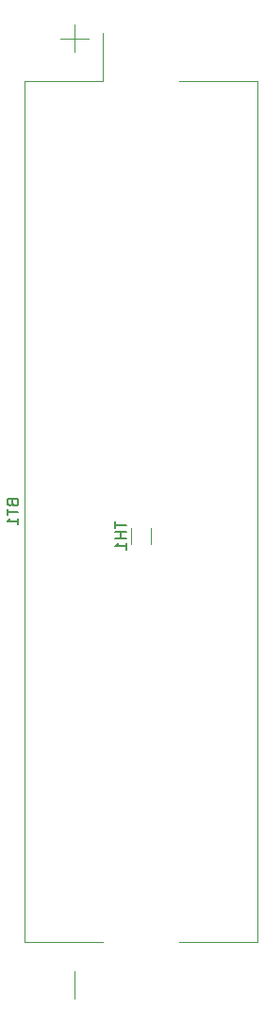
<source format=gbr>
%TF.GenerationSoftware,KiCad,Pcbnew,7.0.2-0*%
%TF.CreationDate,2023-06-17T13:30:50-07:00*%
%TF.ProjectId,camera-clicker,63616d65-7261-42d6-936c-69636b65722e,rev?*%
%TF.SameCoordinates,Original*%
%TF.FileFunction,Legend,Bot*%
%TF.FilePolarity,Positive*%
%FSLAX46Y46*%
G04 Gerber Fmt 4.6, Leading zero omitted, Abs format (unit mm)*
G04 Created by KiCad (PCBNEW 7.0.2-0) date 2023-06-17 13:30:50*
%MOMM*%
%LPD*%
G01*
G04 APERTURE LIST*
%ADD10C,0.150000*%
%ADD11C,0.120000*%
G04 APERTURE END LIST*
D10*
%TO.C,BT1*%
X129638809Y-85814285D02*
X129686428Y-85957142D01*
X129686428Y-85957142D02*
X129734047Y-86004761D01*
X129734047Y-86004761D02*
X129829285Y-86052380D01*
X129829285Y-86052380D02*
X129972142Y-86052380D01*
X129972142Y-86052380D02*
X130067380Y-86004761D01*
X130067380Y-86004761D02*
X130115000Y-85957142D01*
X130115000Y-85957142D02*
X130162619Y-85861904D01*
X130162619Y-85861904D02*
X130162619Y-85480952D01*
X130162619Y-85480952D02*
X129162619Y-85480952D01*
X129162619Y-85480952D02*
X129162619Y-85814285D01*
X129162619Y-85814285D02*
X129210238Y-85909523D01*
X129210238Y-85909523D02*
X129257857Y-85957142D01*
X129257857Y-85957142D02*
X129353095Y-86004761D01*
X129353095Y-86004761D02*
X129448333Y-86004761D01*
X129448333Y-86004761D02*
X129543571Y-85957142D01*
X129543571Y-85957142D02*
X129591190Y-85909523D01*
X129591190Y-85909523D02*
X129638809Y-85814285D01*
X129638809Y-85814285D02*
X129638809Y-85480952D01*
X129162619Y-86338095D02*
X129162619Y-86909523D01*
X130162619Y-86623809D02*
X129162619Y-86623809D01*
X130162619Y-87766666D02*
X130162619Y-87195238D01*
X130162619Y-87480952D02*
X129162619Y-87480952D01*
X129162619Y-87480952D02*
X129305476Y-87385714D01*
X129305476Y-87385714D02*
X129400714Y-87290476D01*
X129400714Y-87290476D02*
X129448333Y-87195238D01*
%TO.C,TH1*%
X138842619Y-87514286D02*
X138842619Y-88085714D01*
X139842619Y-87800000D02*
X138842619Y-87800000D01*
X139842619Y-88419048D02*
X138842619Y-88419048D01*
X139318809Y-88419048D02*
X139318809Y-88990476D01*
X139842619Y-88990476D02*
X138842619Y-88990476D01*
X139842619Y-89990476D02*
X139842619Y-89419048D01*
X139842619Y-89704762D02*
X138842619Y-89704762D01*
X138842619Y-89704762D02*
X138985476Y-89609524D01*
X138985476Y-89609524D02*
X139080714Y-89514286D01*
X139080714Y-89514286D02*
X139128333Y-89419048D01*
D11*
%TO.C,BT1*%
X135200000Y-42850000D02*
X135200000Y-45350000D01*
X136450000Y-44100000D02*
X133950000Y-44100000D01*
X151640000Y-47960000D02*
X144640000Y-47960000D01*
X137760000Y-47960000D02*
X137760000Y-43600000D01*
X130760000Y-47960000D02*
X137760000Y-47960000D01*
X151640000Y-125240000D02*
X151640000Y-47960000D01*
X144640000Y-125240000D02*
X151640000Y-125240000D01*
X137760000Y-125240000D02*
X130780000Y-125240000D01*
X130760000Y-125240000D02*
X130760000Y-47960000D01*
X135200000Y-130350000D02*
X135200000Y-127850000D01*
%TO.C,TH1*%
X142110000Y-88072936D02*
X142110000Y-89527064D01*
X140290000Y-88072936D02*
X140290000Y-89527064D01*
%TD*%
M02*

</source>
